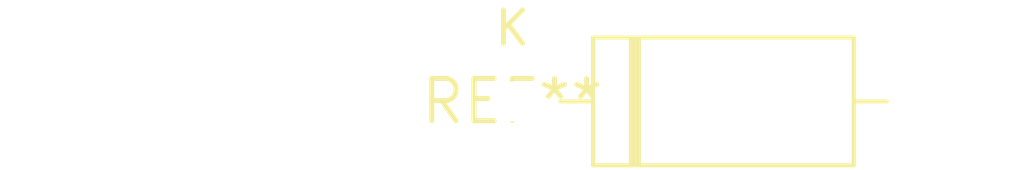
<source format=kicad_pcb>
(kicad_pcb (version 20240108) (generator pcbnew)
  (layers (0 "F.Cu" signal) (31 "B.Cu" signal) (34 "B.Paste" user) (35 "F.Paste" user) (36 "B.SilkS" user "B.Silkscreen") (37 "F.SilkS" user "F.Silkscreen") (38 "B.Mask" user) (39 "F.Mask" user) (44 "Edge.Cuts" user))
  (net 0 "")
  (footprint "D_DO-15_P12.70mm_Horizontal" (layer "F.Cu") (at 0 0)
    (property "Reference" "REF**")
    (property "Value" "D_DO-15_P12.70mm_Horizontal")
    (fp_line (start 1.44 0) (end 2.43 0) (layer "F.SilkS") (stroke (width 0.12)))
    (fp_line (start 2.43 -1.92) (end 2.43 1.92) (layer "F.SilkS") (stroke (width 0.12)))
    (fp_line (start 2.43 1.92) (end 10.27 1.92) (layer "F.SilkS") (stroke (width 0.12)))
    (fp_line (start 3.57 -1.92) (end 3.57 1.92) (layer "F.SilkS") (stroke (width 0.12)))
    (fp_line (start 3.69 -1.92) (end 3.69 1.92) (layer "F.SilkS") (stroke (width 0.12)))
    (fp_line (start 3.81 -1.92) (end 3.81 1.92) (layer "F.SilkS") (stroke (width 0.12)))
    (fp_line (start 10.27 -1.92) (end 2.43 -1.92) (layer "F.SilkS") (stroke (width 0.12)))
    (fp_line (start 10.27 1.92) (end 10.27 -1.92) (layer "F.SilkS") (stroke (width 0.12)))
    (fp_line (start 11.26 0) (end 10.27 0) (layer "F.SilkS") (stroke (width 0.12)))
    (fp_text user "K" (at 0 -2.2 0) (layer "F.SilkS"))
    (pad "1" thru_hole rect (at 0 0) (size 2.4 2.4) (drill 1.2) (layers *.Cu *.Mask) (remove_unused_layers))
    (pad "2" thru_hole oval (at 12.7 0) (size 2.4 2.4) (drill 1.2) (layers *.Cu *.Mask) (remove_unused_layers))
  )
)
</source>
